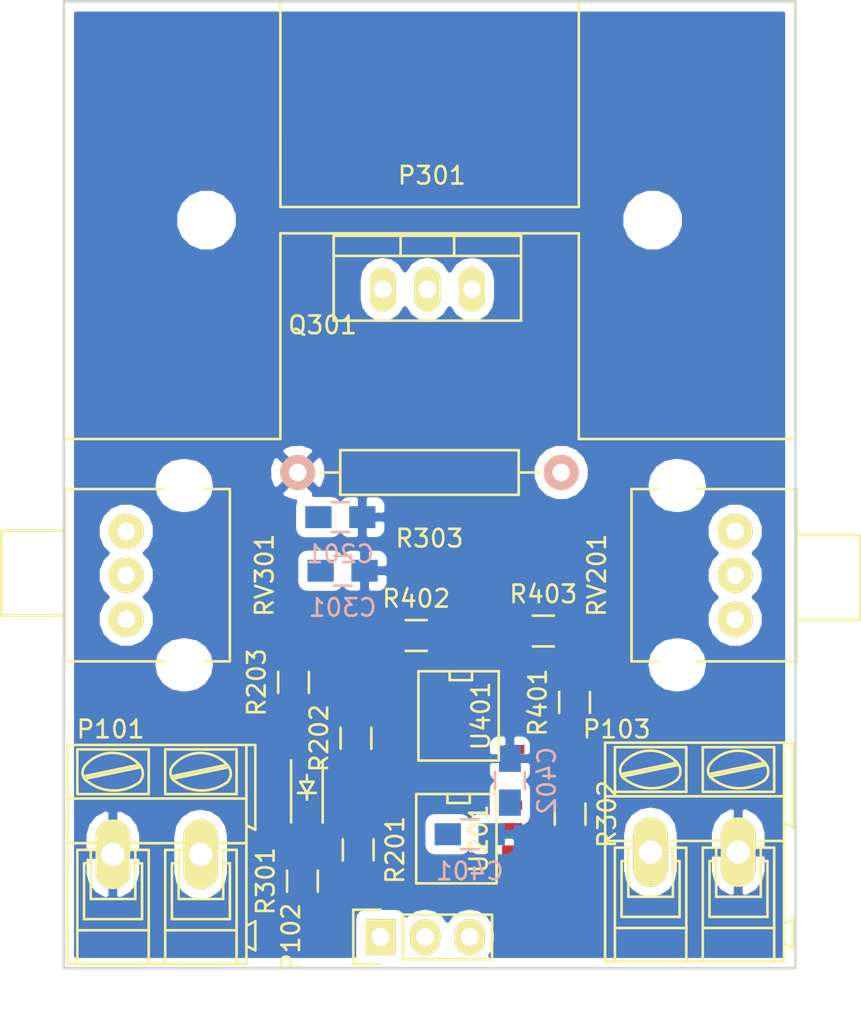
<source format=kicad_pcb>
(kicad_pcb (version 4) (host pcbnew 4.0.0-2.201511301920+6191~38~ubuntu14.04.1-stable)

  (general
    (links 44)
    (no_connects 38)
    (area 59.39 48.8984 134.975001 143.575001)
    (thickness 1.6)
    (drawings 5)
    (tracks 0)
    (zones 0)
    (modules 23)
    (nets 17)
  )

  (page A4)
  (layers
    (0 F.Cu signal)
    (31 B.Cu signal)
    (32 B.Adhes user)
    (33 F.Adhes user)
    (34 B.Paste user)
    (35 F.Paste user)
    (36 B.SilkS user)
    (37 F.SilkS user)
    (38 B.Mask user)
    (39 F.Mask user)
    (40 Dwgs.User user)
    (41 Cmts.User user)
    (42 Eco1.User user)
    (43 Eco2.User user)
    (44 Edge.Cuts user)
    (45 Margin user)
    (46 B.CrtYd user)
    (47 F.CrtYd user)
    (48 B.Fab user)
    (49 F.Fab user)
  )

  (setup
    (last_trace_width 0.25)
    (trace_clearance 0.2)
    (zone_clearance 0.508)
    (zone_45_only yes)
    (trace_min 0.2)
    (segment_width 0.2)
    (edge_width 0.15)
    (via_size 0.6)
    (via_drill 0.4)
    (via_min_size 0.4)
    (via_min_drill 0.3)
    (uvia_size 0.3)
    (uvia_drill 0.1)
    (uvias_allowed no)
    (uvia_min_size 0.2)
    (uvia_min_drill 0.1)
    (pcb_text_width 0.3)
    (pcb_text_size 1.5 1.5)
    (mod_edge_width 0.15)
    (mod_text_size 1 1)
    (mod_text_width 0.15)
    (pad_size 1.524 1.524)
    (pad_drill 0.762)
    (pad_to_mask_clearance 0.2)
    (aux_axis_origin 0 0)
    (visible_elements 7FFFFFFF)
    (pcbplotparams
      (layerselection 0x00030_80000001)
      (usegerberextensions false)
      (excludeedgelayer true)
      (linewidth 0.100000)
      (plotframeref false)
      (viasonmask false)
      (mode 1)
      (useauxorigin false)
      (hpglpennumber 1)
      (hpglpenspeed 20)
      (hpglpendiameter 15)
      (hpglpenoverlay 2)
      (psnegative false)
      (psa4output false)
      (plotreference true)
      (plotvalue true)
      (plotinvisibletext false)
      (padsonsilk false)
      (subtractmaskfromsilk false)
      (outputformat 1)
      (mirror false)
      (drillshape 1)
      (scaleselection 1)
      (outputdirectory ""))
  )

  (net 0 "")
  (net 1 2.7V)
  (net 2 GND)
  (net 3 "/Power Regulation/Vin")
  (net 4 "Net-(D201-Pad1)")
  (net 5 "/Current Control/FET_Gate")
  (net 6 "Net-(P101-Pad2)")
  (net 7 "/Current Control/Current_Sink+")
  (net 8 "Net-(Q301-Pad3)")
  (net 9 "Net-(R201-Pad1)")
  (net 10 "Net-(R202-Pad2)")
  (net 11 "Net-(R301-Pad1)")
  (net 12 "Net-(R302-Pad2)")
  (net 13 "Net-(R401-Pad1)")
  (net 14 "Net-(R402-Pad2)")
  (net 15 "Net-(RV201-Pad1)")
  (net 16 "Net-(RV301-Pad1)")

  (net_class Default "This is the default net class."
    (clearance 0.2)
    (trace_width 0.25)
    (via_dia 0.6)
    (via_drill 0.4)
    (uvia_dia 0.3)
    (uvia_drill 0.1)
    (add_net "/Current Control/Current_Sink+")
    (add_net "/Current Control/FET_Gate")
    (add_net "/Power Regulation/Vin")
    (add_net 2.7V)
    (add_net GND)
    (add_net "Net-(D201-Pad1)")
    (add_net "Net-(P101-Pad2)")
    (add_net "Net-(Q301-Pad3)")
    (add_net "Net-(R201-Pad1)")
    (add_net "Net-(R202-Pad2)")
    (add_net "Net-(R301-Pad1)")
    (add_net "Net-(R302-Pad2)")
    (add_net "Net-(R401-Pad1)")
    (add_net "Net-(R402-Pad2)")
    (add_net "Net-(RV201-Pad1)")
    (add_net "Net-(RV301-Pad1)")
  )

  (module Capacitors_SMD:C_0805_HandSoldering (layer B.Cu) (tedit 541A9B8D) (tstamp 56AE7489)
    (at 79.756 80.899)
    (descr "Capacitor SMD 0805, hand soldering")
    (tags "capacitor 0805")
    (path /56A5B830/56A5F6B7)
    (attr smd)
    (fp_text reference C201 (at 0 2.1) (layer B.SilkS)
      (effects (font (size 1 1) (thickness 0.15)) (justify mirror))
    )
    (fp_text value C (at 0 -2.1) (layer B.Fab)
      (effects (font (size 1 1) (thickness 0.15)) (justify mirror))
    )
    (fp_line (start -2.3 1) (end 2.3 1) (layer B.CrtYd) (width 0.05))
    (fp_line (start -2.3 -1) (end 2.3 -1) (layer B.CrtYd) (width 0.05))
    (fp_line (start -2.3 1) (end -2.3 -1) (layer B.CrtYd) (width 0.05))
    (fp_line (start 2.3 1) (end 2.3 -1) (layer B.CrtYd) (width 0.05))
    (fp_line (start 0.5 0.85) (end -0.5 0.85) (layer B.SilkS) (width 0.15))
    (fp_line (start -0.5 -0.85) (end 0.5 -0.85) (layer B.SilkS) (width 0.15))
    (pad 1 smd rect (at -1.25 0) (size 1.5 1.25) (layers B.Cu B.Paste B.Mask)
      (net 1 2.7V))
    (pad 2 smd rect (at 1.25 0) (size 1.5 1.25) (layers B.Cu B.Paste B.Mask)
      (net 2 GND))
    (model Capacitors_SMD.3dshapes/C_0805_HandSoldering.wrl
      (at (xyz 0 0 0))
      (scale (xyz 1 1 1))
      (rotate (xyz 0 0 0))
    )
  )

  (module Capacitors_SMD:C_0805_HandSoldering (layer B.Cu) (tedit 541A9B8D) (tstamp 56AE748F)
    (at 79.883 83.947)
    (descr "Capacitor SMD 0805, hand soldering")
    (tags "capacitor 0805")
    (path /56A5B91B/56A5BC5B)
    (attr smd)
    (fp_text reference C301 (at 0 2.1) (layer B.SilkS)
      (effects (font (size 1 1) (thickness 0.15)) (justify mirror))
    )
    (fp_text value C (at 0 -2.1) (layer B.Fab)
      (effects (font (size 1 1) (thickness 0.15)) (justify mirror))
    )
    (fp_line (start -2.3 1) (end 2.3 1) (layer B.CrtYd) (width 0.05))
    (fp_line (start -2.3 -1) (end 2.3 -1) (layer B.CrtYd) (width 0.05))
    (fp_line (start -2.3 1) (end -2.3 -1) (layer B.CrtYd) (width 0.05))
    (fp_line (start 2.3 1) (end 2.3 -1) (layer B.CrtYd) (width 0.05))
    (fp_line (start 0.5 0.85) (end -0.5 0.85) (layer B.SilkS) (width 0.15))
    (fp_line (start -0.5 -0.85) (end 0.5 -0.85) (layer B.SilkS) (width 0.15))
    (pad 1 smd rect (at -1.25 0) (size 1.5 1.25) (layers B.Cu B.Paste B.Mask)
      (net 1 2.7V))
    (pad 2 smd rect (at 1.25 0) (size 1.5 1.25) (layers B.Cu B.Paste B.Mask)
      (net 2 GND))
    (model Capacitors_SMD.3dshapes/C_0805_HandSoldering.wrl
      (at (xyz 0 0 0))
      (scale (xyz 1 1 1))
      (rotate (xyz 0 0 0))
    )
  )

  (module Capacitors_SMD:C_0805_HandSoldering (layer B.Cu) (tedit 541A9B8D) (tstamp 56AE7495)
    (at 87.122 98.933)
    (descr "Capacitor SMD 0805, hand soldering")
    (tags "capacitor 0805")
    (path /56A5B93E/56A5CFE3)
    (attr smd)
    (fp_text reference C401 (at 0 2.1) (layer B.SilkS)
      (effects (font (size 1 1) (thickness 0.15)) (justify mirror))
    )
    (fp_text value C (at 0 -2.1) (layer B.Fab)
      (effects (font (size 1 1) (thickness 0.15)) (justify mirror))
    )
    (fp_line (start -2.3 1) (end 2.3 1) (layer B.CrtYd) (width 0.05))
    (fp_line (start -2.3 -1) (end 2.3 -1) (layer B.CrtYd) (width 0.05))
    (fp_line (start -2.3 1) (end -2.3 -1) (layer B.CrtYd) (width 0.05))
    (fp_line (start 2.3 1) (end 2.3 -1) (layer B.CrtYd) (width 0.05))
    (fp_line (start 0.5 0.85) (end -0.5 0.85) (layer B.SilkS) (width 0.15))
    (fp_line (start -0.5 -0.85) (end 0.5 -0.85) (layer B.SilkS) (width 0.15))
    (pad 1 smd rect (at -1.25 0) (size 1.5 1.25) (layers B.Cu B.Paste B.Mask)
      (net 3 "/Power Regulation/Vin"))
    (pad 2 smd rect (at 1.25 0) (size 1.5 1.25) (layers B.Cu B.Paste B.Mask)
      (net 2 GND))
    (model Capacitors_SMD.3dshapes/C_0805_HandSoldering.wrl
      (at (xyz 0 0 0))
      (scale (xyz 1 1 1))
      (rotate (xyz 0 0 0))
    )
  )

  (module Capacitors_SMD:C_0805_HandSoldering (layer B.Cu) (tedit 541A9B8D) (tstamp 56AE749B)
    (at 89.408 95.885 90)
    (descr "Capacitor SMD 0805, hand soldering")
    (tags "capacitor 0805")
    (path /56A5B93E/56A5CFDC)
    (attr smd)
    (fp_text reference C402 (at 0 2.1 90) (layer B.SilkS)
      (effects (font (size 1 1) (thickness 0.15)) (justify mirror))
    )
    (fp_text value C (at 0 -2.1 90) (layer B.Fab)
      (effects (font (size 1 1) (thickness 0.15)) (justify mirror))
    )
    (fp_line (start -2.3 1) (end 2.3 1) (layer B.CrtYd) (width 0.05))
    (fp_line (start -2.3 -1) (end 2.3 -1) (layer B.CrtYd) (width 0.05))
    (fp_line (start -2.3 1) (end -2.3 -1) (layer B.CrtYd) (width 0.05))
    (fp_line (start 2.3 1) (end 2.3 -1) (layer B.CrtYd) (width 0.05))
    (fp_line (start 0.5 0.85) (end -0.5 0.85) (layer B.SilkS) (width 0.15))
    (fp_line (start -0.5 -0.85) (end 0.5 -0.85) (layer B.SilkS) (width 0.15))
    (pad 1 smd rect (at -1.25 0 90) (size 1.5 1.25) (layers B.Cu B.Paste B.Mask)
      (net 1 2.7V))
    (pad 2 smd rect (at 1.25 0 90) (size 1.5 1.25) (layers B.Cu B.Paste B.Mask)
      (net 2 GND))
    (model Capacitors_SMD.3dshapes/C_0805_HandSoldering.wrl
      (at (xyz 0 0 0))
      (scale (xyz 1 1 1))
      (rotate (xyz 0 0 0))
    )
  )

  (module TO_SOT_Packages_THT:TO-220_Neutral123_Vertical (layer F.Cu) (tedit 56B00DE3) (tstamp 56AE74BE)
    (at 84.709 67.945)
    (descr "TO-220, Neutral, Vertical,")
    (tags "TO-220, Neutral, Vertical,")
    (path /56A5B91B/56A5BC40)
    (fp_text reference Q301 (at -5.969 2.032) (layer F.SilkS)
      (effects (font (size 1 1) (thickness 0.15)))
    )
    (fp_text value BUK9575 (at 0 3.81) (layer F.Fab)
      (effects (font (size 1 1) (thickness 0.15)))
    )
    (fp_line (start -1.524 -3.048) (end -1.524 -1.905) (layer F.SilkS) (width 0.15))
    (fp_line (start 1.524 -3.048) (end 1.524 -1.905) (layer F.SilkS) (width 0.15))
    (fp_line (start 5.334 -1.905) (end 5.334 1.778) (layer F.SilkS) (width 0.15))
    (fp_line (start 5.334 1.778) (end -5.334 1.778) (layer F.SilkS) (width 0.15))
    (fp_line (start -5.334 1.778) (end -5.334 -1.905) (layer F.SilkS) (width 0.15))
    (fp_line (start 5.334 -3.048) (end 5.334 -1.905) (layer F.SilkS) (width 0.15))
    (fp_line (start 5.334 -1.905) (end -5.334 -1.905) (layer F.SilkS) (width 0.15))
    (fp_line (start -5.334 -1.905) (end -5.334 -3.048) (layer F.SilkS) (width 0.15))
    (fp_line (start 0 -3.048) (end -5.334 -3.048) (layer F.SilkS) (width 0.15))
    (fp_line (start 0 -3.048) (end 5.334 -3.048) (layer F.SilkS) (width 0.15))
    (pad 2 thru_hole oval (at 0 0 90) (size 2.49936 1.50114) (drill 1.00076) (layers *.Cu *.Mask F.SilkS)
      (net 5 "/Current Control/FET_Gate"))
    (pad 1 thru_hole oval (at -2.54 0 90) (size 2.49936 1.50114) (drill 1.00076) (layers *.Cu *.Mask F.SilkS)
      (net 7 "/Current Control/Current_Sink+"))
    (pad 3 thru_hole oval (at 2.54 0 90) (size 2.49936 1.50114) (drill 1.00076) (layers *.Cu *.Mask F.SilkS)
      (net 8 "Net-(Q301-Pad3)"))
    (model TO_SOT_Packages_THT.3dshapes/TO-220_Neutral123_Vertical.wrl
      (at (xyz 0 0 0))
      (scale (xyz 0.3937 0.3937 0.3937))
      (rotate (xyz 0 0 0))
    )
  )

  (module Resistors_SMD:R_0805_HandSoldering (layer F.Cu) (tedit 54189DEE) (tstamp 56AE74C4)
    (at 80.772 99.822 270)
    (descr "Resistor SMD 0805, hand soldering")
    (tags "resistor 0805")
    (path /56A5B830/56A5F6A3)
    (attr smd)
    (fp_text reference R201 (at 0 -2.1 270) (layer F.SilkS)
      (effects (font (size 1 1) (thickness 0.15)))
    )
    (fp_text value R (at 0 2.1 270) (layer F.Fab)
      (effects (font (size 1 1) (thickness 0.15)))
    )
    (fp_line (start -2.4 -1) (end 2.4 -1) (layer F.CrtYd) (width 0.05))
    (fp_line (start -2.4 1) (end 2.4 1) (layer F.CrtYd) (width 0.05))
    (fp_line (start -2.4 -1) (end -2.4 1) (layer F.CrtYd) (width 0.05))
    (fp_line (start 2.4 -1) (end 2.4 1) (layer F.CrtYd) (width 0.05))
    (fp_line (start 0.6 0.875) (end -0.6 0.875) (layer F.SilkS) (width 0.15))
    (fp_line (start -0.6 -0.875) (end 0.6 -0.875) (layer F.SilkS) (width 0.15))
    (pad 1 smd rect (at -1.35 0 270) (size 1.5 1.3) (layers F.Cu F.Paste F.Mask)
      (net 9 "Net-(R201-Pad1)"))
    (pad 2 smd rect (at 1.35 0 270) (size 1.5 1.3) (layers F.Cu F.Paste F.Mask)
      (net 2 GND))
    (model Resistors_SMD.3dshapes/R_0805_HandSoldering.wrl
      (at (xyz 0 0 0))
      (scale (xyz 1 1 1))
      (rotate (xyz 0 0 0))
    )
  )

  (module Resistors_SMD:R_0805_HandSoldering (layer F.Cu) (tedit 54189DEE) (tstamp 56AE74CA)
    (at 80.645 93.472 90)
    (descr "Resistor SMD 0805, hand soldering")
    (tags "resistor 0805")
    (path /56A5B830/56A5F806)
    (attr smd)
    (fp_text reference R202 (at 0 -2.1 90) (layer F.SilkS)
      (effects (font (size 1 1) (thickness 0.15)))
    )
    (fp_text value 9K (at 0 2.1 90) (layer F.Fab)
      (effects (font (size 1 1) (thickness 0.15)))
    )
    (fp_line (start -2.4 -1) (end 2.4 -1) (layer F.CrtYd) (width 0.05))
    (fp_line (start -2.4 1) (end 2.4 1) (layer F.CrtYd) (width 0.05))
    (fp_line (start -2.4 -1) (end -2.4 1) (layer F.CrtYd) (width 0.05))
    (fp_line (start 2.4 -1) (end 2.4 1) (layer F.CrtYd) (width 0.05))
    (fp_line (start 0.6 0.875) (end -0.6 0.875) (layer F.SilkS) (width 0.15))
    (fp_line (start -0.6 -0.875) (end 0.6 -0.875) (layer F.SilkS) (width 0.15))
    (pad 1 smd rect (at -1.35 0 90) (size 1.5 1.3) (layers F.Cu F.Paste F.Mask)
      (net 7 "/Current Control/Current_Sink+"))
    (pad 2 smd rect (at 1.35 0 90) (size 1.5 1.3) (layers F.Cu F.Paste F.Mask)
      (net 10 "Net-(R202-Pad2)"))
    (model Resistors_SMD.3dshapes/R_0805_HandSoldering.wrl
      (at (xyz 0 0 0))
      (scale (xyz 1 1 1))
      (rotate (xyz 0 0 0))
    )
  )

  (module Resistors_SMD:R_0805_HandSoldering (layer F.Cu) (tedit 54189DEE) (tstamp 56AE74D0)
    (at 77.089 90.297 90)
    (descr "Resistor SMD 0805, hand soldering")
    (tags "resistor 0805")
    (path /56A5B830/56A5F8A9)
    (attr smd)
    (fp_text reference R203 (at 0 -2.1 90) (layer F.SilkS)
      (effects (font (size 1 1) (thickness 0.15)))
    )
    (fp_text value 1K (at 0 2.1 90) (layer F.Fab)
      (effects (font (size 1 1) (thickness 0.15)))
    )
    (fp_line (start -2.4 -1) (end 2.4 -1) (layer F.CrtYd) (width 0.05))
    (fp_line (start -2.4 1) (end 2.4 1) (layer F.CrtYd) (width 0.05))
    (fp_line (start -2.4 -1) (end -2.4 1) (layer F.CrtYd) (width 0.05))
    (fp_line (start 2.4 -1) (end 2.4 1) (layer F.CrtYd) (width 0.05))
    (fp_line (start 0.6 0.875) (end -0.6 0.875) (layer F.SilkS) (width 0.15))
    (fp_line (start -0.6 -0.875) (end 0.6 -0.875) (layer F.SilkS) (width 0.15))
    (pad 1 smd rect (at -1.35 0 90) (size 1.5 1.3) (layers F.Cu F.Paste F.Mask)
      (net 10 "Net-(R202-Pad2)"))
    (pad 2 smd rect (at 1.35 0 90) (size 1.5 1.3) (layers F.Cu F.Paste F.Mask)
      (net 2 GND))
    (model Resistors_SMD.3dshapes/R_0805_HandSoldering.wrl
      (at (xyz 0 0 0))
      (scale (xyz 1 1 1))
      (rotate (xyz 0 0 0))
    )
  )

  (module Resistors_SMD:R_0805_HandSoldering (layer F.Cu) (tedit 54189DEE) (tstamp 56AE74D6)
    (at 77.597 101.6 90)
    (descr "Resistor SMD 0805, hand soldering")
    (tags "resistor 0805")
    (path /56A5B91B/56A5BC47)
    (attr smd)
    (fp_text reference R301 (at 0 -2.1 90) (layer F.SilkS)
      (effects (font (size 1 1) (thickness 0.15)))
    )
    (fp_text value R (at 0 2.1 90) (layer F.Fab)
      (effects (font (size 1 1) (thickness 0.15)))
    )
    (fp_line (start -2.4 -1) (end 2.4 -1) (layer F.CrtYd) (width 0.05))
    (fp_line (start -2.4 1) (end 2.4 1) (layer F.CrtYd) (width 0.05))
    (fp_line (start -2.4 -1) (end -2.4 1) (layer F.CrtYd) (width 0.05))
    (fp_line (start 2.4 -1) (end 2.4 1) (layer F.CrtYd) (width 0.05))
    (fp_line (start 0.6 0.875) (end -0.6 0.875) (layer F.SilkS) (width 0.15))
    (fp_line (start -0.6 -0.875) (end 0.6 -0.875) (layer F.SilkS) (width 0.15))
    (pad 1 smd rect (at -1.35 0 90) (size 1.5 1.3) (layers F.Cu F.Paste F.Mask)
      (net 11 "Net-(R301-Pad1)"))
    (pad 2 smd rect (at 1.35 0 90) (size 1.5 1.3) (layers F.Cu F.Paste F.Mask)
      (net 2 GND))
    (model Resistors_SMD.3dshapes/R_0805_HandSoldering.wrl
      (at (xyz 0 0 0))
      (scale (xyz 1 1 1))
      (rotate (xyz 0 0 0))
    )
  )

  (module Resistors_SMD:R_0805_HandSoldering (layer F.Cu) (tedit 54189DEE) (tstamp 56AE74DC)
    (at 92.837 97.79 270)
    (descr "Resistor SMD 0805, hand soldering")
    (tags "resistor 0805")
    (path /56A5B91B/56A5BE98)
    (attr smd)
    (fp_text reference R302 (at 0 -2.1 270) (layer F.SilkS)
      (effects (font (size 1 1) (thickness 0.15)))
    )
    (fp_text value 1k (at 0 2.1 270) (layer F.Fab)
      (effects (font (size 1 1) (thickness 0.15)))
    )
    (fp_line (start -2.4 -1) (end 2.4 -1) (layer F.CrtYd) (width 0.05))
    (fp_line (start -2.4 1) (end 2.4 1) (layer F.CrtYd) (width 0.05))
    (fp_line (start -2.4 -1) (end -2.4 1) (layer F.CrtYd) (width 0.05))
    (fp_line (start 2.4 -1) (end 2.4 1) (layer F.CrtYd) (width 0.05))
    (fp_line (start 0.6 0.875) (end -0.6 0.875) (layer F.SilkS) (width 0.15))
    (fp_line (start -0.6 -0.875) (end 0.6 -0.875) (layer F.SilkS) (width 0.15))
    (pad 1 smd rect (at -1.35 0 270) (size 1.5 1.3) (layers F.Cu F.Paste F.Mask)
      (net 5 "/Current Control/FET_Gate"))
    (pad 2 smd rect (at 1.35 0 270) (size 1.5 1.3) (layers F.Cu F.Paste F.Mask)
      (net 12 "Net-(R302-Pad2)"))
    (model Resistors_SMD.3dshapes/R_0805_HandSoldering.wrl
      (at (xyz 0 0 0))
      (scale (xyz 1 1 1))
      (rotate (xyz 0 0 0))
    )
  )

  (module Resistors_SMD:R_0805_HandSoldering (layer F.Cu) (tedit 54189DEE) (tstamp 56AE74F6)
    (at 93.091 91.44 90)
    (descr "Resistor SMD 0805, hand soldering")
    (tags "resistor 0805")
    (path /56A5B93E/56A5CFEA)
    (attr smd)
    (fp_text reference R401 (at 0 -2.1 90) (layer F.SilkS)
      (effects (font (size 1 1) (thickness 0.15)))
    )
    (fp_text value 0 (at 0 2.1 90) (layer F.Fab)
      (effects (font (size 1 1) (thickness 0.15)))
    )
    (fp_line (start -2.4 -1) (end 2.4 -1) (layer F.CrtYd) (width 0.05))
    (fp_line (start -2.4 1) (end 2.4 1) (layer F.CrtYd) (width 0.05))
    (fp_line (start -2.4 -1) (end -2.4 1) (layer F.CrtYd) (width 0.05))
    (fp_line (start 2.4 -1) (end 2.4 1) (layer F.CrtYd) (width 0.05))
    (fp_line (start 0.6 0.875) (end -0.6 0.875) (layer F.SilkS) (width 0.15))
    (fp_line (start -0.6 -0.875) (end 0.6 -0.875) (layer F.SilkS) (width 0.15))
    (pad 1 smd rect (at -1.35 0 90) (size 1.5 1.3) (layers F.Cu F.Paste F.Mask)
      (net 13 "Net-(R401-Pad1)"))
    (pad 2 smd rect (at 1.35 0 90) (size 1.5 1.3) (layers F.Cu F.Paste F.Mask)
      (net 2 GND))
    (model Resistors_SMD.3dshapes/R_0805_HandSoldering.wrl
      (at (xyz 0 0 0))
      (scale (xyz 1 1 1))
      (rotate (xyz 0 0 0))
    )
  )

  (module Resistors_SMD:R_0805_HandSoldering (layer F.Cu) (tedit 54189DEE) (tstamp 56AE74FC)
    (at 84.074 87.63)
    (descr "Resistor SMD 0805, hand soldering")
    (tags "resistor 0805")
    (path /56A5B93E/56A5CFF8)
    (attr smd)
    (fp_text reference R402 (at 0 -2.1) (layer F.SilkS)
      (effects (font (size 1 1) (thickness 0.15)))
    )
    (fp_text value 27k (at 0 2.1) (layer F.Fab)
      (effects (font (size 1 1) (thickness 0.15)))
    )
    (fp_line (start -2.4 -1) (end 2.4 -1) (layer F.CrtYd) (width 0.05))
    (fp_line (start -2.4 1) (end 2.4 1) (layer F.CrtYd) (width 0.05))
    (fp_line (start -2.4 -1) (end -2.4 1) (layer F.CrtYd) (width 0.05))
    (fp_line (start 2.4 -1) (end 2.4 1) (layer F.CrtYd) (width 0.05))
    (fp_line (start 0.6 0.875) (end -0.6 0.875) (layer F.SilkS) (width 0.15))
    (fp_line (start -0.6 -0.875) (end 0.6 -0.875) (layer F.SilkS) (width 0.15))
    (pad 1 smd rect (at -1.35 0) (size 1.5 1.3) (layers F.Cu F.Paste F.Mask)
      (net 1 2.7V))
    (pad 2 smd rect (at 1.35 0) (size 1.5 1.3) (layers F.Cu F.Paste F.Mask)
      (net 14 "Net-(R402-Pad2)"))
    (model Resistors_SMD.3dshapes/R_0805_HandSoldering.wrl
      (at (xyz 0 0 0))
      (scale (xyz 1 1 1))
      (rotate (xyz 0 0 0))
    )
  )

  (module Resistors_SMD:R_0805_HandSoldering (layer F.Cu) (tedit 54189DEE) (tstamp 56AE7502)
    (at 91.313 87.376)
    (descr "Resistor SMD 0805, hand soldering")
    (tags "resistor 0805")
    (path /56A5B93E/56A5CFFF)
    (attr smd)
    (fp_text reference R403 (at 0 -2.1) (layer F.SilkS)
      (effects (font (size 1 1) (thickness 0.15)))
    )
    (fp_text value 21.6k (at 0 2.1) (layer F.Fab)
      (effects (font (size 1 1) (thickness 0.15)))
    )
    (fp_line (start -2.4 -1) (end 2.4 -1) (layer F.CrtYd) (width 0.05))
    (fp_line (start -2.4 1) (end 2.4 1) (layer F.CrtYd) (width 0.05))
    (fp_line (start -2.4 -1) (end -2.4 1) (layer F.CrtYd) (width 0.05))
    (fp_line (start 2.4 -1) (end 2.4 1) (layer F.CrtYd) (width 0.05))
    (fp_line (start 0.6 0.875) (end -0.6 0.875) (layer F.SilkS) (width 0.15))
    (fp_line (start -0.6 -0.875) (end 0.6 -0.875) (layer F.SilkS) (width 0.15))
    (pad 1 smd rect (at -1.35 0) (size 1.5 1.3) (layers F.Cu F.Paste F.Mask)
      (net 14 "Net-(R402-Pad2)"))
    (pad 2 smd rect (at 1.35 0) (size 1.5 1.3) (layers F.Cu F.Paste F.Mask)
      (net 2 GND))
    (model Resistors_SMD.3dshapes/R_0805_HandSoldering.wrl
      (at (xyz 0 0 0))
      (scale (xyz 1 1 1))
      (rotate (xyz 0 0 0))
    )
  )

  (module SMD_Packages:SOIC-8-N (layer F.Cu) (tedit 0) (tstamp 56AE751C)
    (at 86.36 99.187 270)
    (descr "Module Narrow CMS SOJ 8 pins large")
    (tags "CMS SOJ")
    (path /56A5B830/56A5F69C)
    (attr smd)
    (fp_text reference U201 (at 0 -1.27 270) (layer F.SilkS)
      (effects (font (size 1 1) (thickness 0.15)))
    )
    (fp_text value LMV358 (at 0 1.27 270) (layer F.Fab)
      (effects (font (size 1 1) (thickness 0.15)))
    )
    (fp_line (start -2.54 -2.286) (end 2.54 -2.286) (layer F.SilkS) (width 0.15))
    (fp_line (start 2.54 -2.286) (end 2.54 2.286) (layer F.SilkS) (width 0.15))
    (fp_line (start 2.54 2.286) (end -2.54 2.286) (layer F.SilkS) (width 0.15))
    (fp_line (start -2.54 2.286) (end -2.54 -2.286) (layer F.SilkS) (width 0.15))
    (fp_line (start -2.54 -0.762) (end -2.032 -0.762) (layer F.SilkS) (width 0.15))
    (fp_line (start -2.032 -0.762) (end -2.032 0.508) (layer F.SilkS) (width 0.15))
    (fp_line (start -2.032 0.508) (end -2.54 0.508) (layer F.SilkS) (width 0.15))
    (pad 8 smd rect (at -1.905 -3.175 270) (size 0.508 1.143) (layers F.Cu F.Paste F.Mask)
      (net 1 2.7V))
    (pad 7 smd rect (at -0.635 -3.175 270) (size 0.508 1.143) (layers F.Cu F.Paste F.Mask)
      (net 12 "Net-(R302-Pad2)"))
    (pad 6 smd rect (at 0.635 -3.175 270) (size 0.508 1.143) (layers F.Cu F.Paste F.Mask)
      (net 8 "Net-(Q301-Pad3)"))
    (pad 5 smd rect (at 1.905 -3.175 270) (size 0.508 1.143) (layers F.Cu F.Paste F.Mask)
      (net 11 "Net-(R301-Pad1)"))
    (pad 4 smd rect (at 1.905 3.175 270) (size 0.508 1.143) (layers F.Cu F.Paste F.Mask)
      (net 2 GND))
    (pad 3 smd rect (at 0.635 3.175 270) (size 0.508 1.143) (layers F.Cu F.Paste F.Mask)
      (net 9 "Net-(R201-Pad1)"))
    (pad 2 smd rect (at -0.635 3.175 270) (size 0.508 1.143) (layers F.Cu F.Paste F.Mask)
      (net 10 "Net-(R202-Pad2)"))
    (pad 1 smd rect (at -1.905 3.175 270) (size 0.508 1.143) (layers F.Cu F.Paste F.Mask)
      (net 4 "Net-(D201-Pad1)"))
    (model SMD_Packages.3dshapes/SOIC-8-N.wrl
      (at (xyz 0 0 0))
      (scale (xyz 0.5 0.38 0.5))
      (rotate (xyz 0 0 0))
    )
  )

  (module SMD_Packages:SOIC-8-N (layer F.Cu) (tedit 0) (tstamp 56AE7528)
    (at 86.487 92.202 270)
    (descr "Module Narrow CMS SOJ 8 pins large")
    (tags "CMS SOJ")
    (path /56A5B93E/56A5CFF1)
    (attr smd)
    (fp_text reference U401 (at 0 -1.27 270) (layer F.SilkS)
      (effects (font (size 1 1) (thickness 0.15)))
    )
    (fp_text value LM2931D-R (at 0 1.27 270) (layer F.Fab)
      (effects (font (size 1 1) (thickness 0.15)))
    )
    (fp_line (start -2.54 -2.286) (end 2.54 -2.286) (layer F.SilkS) (width 0.15))
    (fp_line (start 2.54 -2.286) (end 2.54 2.286) (layer F.SilkS) (width 0.15))
    (fp_line (start 2.54 2.286) (end -2.54 2.286) (layer F.SilkS) (width 0.15))
    (fp_line (start -2.54 2.286) (end -2.54 -2.286) (layer F.SilkS) (width 0.15))
    (fp_line (start -2.54 -0.762) (end -2.032 -0.762) (layer F.SilkS) (width 0.15))
    (fp_line (start -2.032 -0.762) (end -2.032 0.508) (layer F.SilkS) (width 0.15))
    (fp_line (start -2.032 0.508) (end -2.54 0.508) (layer F.SilkS) (width 0.15))
    (pad 8 smd rect (at -1.905 -3.175 270) (size 0.508 1.143) (layers F.Cu F.Paste F.Mask)
      (net 3 "/Power Regulation/Vin"))
    (pad 7 smd rect (at -0.635 -3.175 270) (size 0.508 1.143) (layers F.Cu F.Paste F.Mask)
      (net 2 GND))
    (pad 6 smd rect (at 0.635 -3.175 270) (size 0.508 1.143) (layers F.Cu F.Paste F.Mask)
      (net 2 GND))
    (pad 5 smd rect (at 1.905 -3.175 270) (size 0.508 1.143) (layers F.Cu F.Paste F.Mask)
      (net 13 "Net-(R401-Pad1)"))
    (pad 4 smd rect (at 1.905 3.175 270) (size 0.508 1.143) (layers F.Cu F.Paste F.Mask)
      (net 14 "Net-(R402-Pad2)"))
    (pad 3 smd rect (at 0.635 3.175 270) (size 0.508 1.143) (layers F.Cu F.Paste F.Mask)
      (net 2 GND))
    (pad 2 smd rect (at -0.635 3.175 270) (size 0.508 1.143) (layers F.Cu F.Paste F.Mask)
      (net 2 GND))
    (pad 1 smd rect (at -1.905 3.175 270) (size 0.508 1.143) (layers F.Cu F.Paste F.Mask)
      (net 1 2.7V))
    (model SMD_Packages.3dshapes/SOIC-8-N.wrl
      (at (xyz 0 0 0))
      (scale (xyz 0.5 0.38 0.5))
      (rotate (xyz 0 0 0))
    )
  )

  (module current:FA-T220-38E (layer F.Cu) (tedit 56B00DD9) (tstamp 56AE80C3)
    (at 84.836 64.008)
    (path /56A5B91B/56AE7614)
    (fp_text reference P301 (at 0.127 -2.54) (layer F.SilkS)
      (effects (font (size 1 1) (thickness 0.15)))
    )
    (fp_text value CONN_01X01 (at 0.127 -4.064) (layer F.Fab)
      (effects (font (size 1 1) (thickness 0.15)))
    )
    (fp_line (start 8.4963 12.446) (end 20.8026 12.446) (layer F.SilkS) (width 0.15))
    (fp_line (start 8.4963 -12.446) (end 20.8026 -12.446) (layer F.SilkS) (width 0.15))
    (fp_line (start -20.8026 -12.446) (end -8.4963 -12.446) (layer F.SilkS) (width 0.15))
    (fp_line (start -20.8026 12.446) (end -8.4963 12.446) (layer F.SilkS) (width 0.15))
    (fp_line (start 8.4963 0.7493) (end 8.4963 12.446) (layer F.SilkS) (width 0.15))
    (fp_line (start -8.4963 0.7493) (end -8.4963 12.446) (layer F.SilkS) (width 0.15))
    (fp_line (start -8.49376 -0.7493) (end -8.4963 -12.446) (layer F.SilkS) (width 0.15))
    (fp_line (start 8.4963 -0.7493) (end 8.4963 -12.446) (layer F.SilkS) (width 0.15))
    (fp_line (start -8.4963 0.7493) (end 8.4963 0.7493) (layer F.SilkS) (width 0.15))
    (fp_line (start -8.4963 -0.7493) (end 8.4963 -0.7493) (layer F.SilkS) (width 0.15))
    (fp_line (start -20.8026 12.446) (end -20.8026 -12.446) (layer F.SilkS) (width 0.15))
    (fp_line (start 20.8026 -12.446) (end 20.8026 12.446) (layer F.SilkS) (width 0.15))
    (pad "" np_thru_hole circle (at -12.7 0) (size 2.3114 2.3114) (drill 2.3114) (layers *.Cu *.Mask F.SilkS))
    (pad "" np_thru_hole circle (at 12.7 0) (size 2.3114 2.3114) (drill 2.3114) (layers *.Cu *.Mask F.SilkS))
  )

  (module Diodes_SMD:SOD-123 (layer F.Cu) (tedit 56B00A31) (tstamp 56AFFCC9)
    (at 77.851 96.266 90)
    (descr SOD-123)
    (tags SOD-123)
    (path /56A5B830/56A5F700)
    (attr smd)
    (fp_text reference D201 (at 0 -2 90) (layer F.SilkS) hide
      (effects (font (size 1 1) (thickness 0.15)))
    )
    (fp_text value D (at 0 2.1 90) (layer F.Fab)
      (effects (font (size 1 1) (thickness 0.15)))
    )
    (fp_line (start 0.3175 0) (end 0.6985 0) (layer F.SilkS) (width 0.15))
    (fp_line (start -0.6985 0) (end -0.3175 0) (layer F.SilkS) (width 0.15))
    (fp_line (start -0.3175 0) (end 0.3175 -0.381) (layer F.SilkS) (width 0.15))
    (fp_line (start 0.3175 -0.381) (end 0.3175 0.381) (layer F.SilkS) (width 0.15))
    (fp_line (start 0.3175 0.381) (end -0.3175 0) (layer F.SilkS) (width 0.15))
    (fp_line (start -0.3175 -0.508) (end -0.3175 0.508) (layer F.SilkS) (width 0.15))
    (fp_line (start -2.25 -1.05) (end 2.25 -1.05) (layer F.CrtYd) (width 0.05))
    (fp_line (start 2.25 -1.05) (end 2.25 1.05) (layer F.CrtYd) (width 0.05))
    (fp_line (start 2.25 1.05) (end -2.25 1.05) (layer F.CrtYd) (width 0.05))
    (fp_line (start -2.25 -1.05) (end -2.25 1.05) (layer F.CrtYd) (width 0.05))
    (fp_line (start -2 0.9) (end 1.54 0.9) (layer F.SilkS) (width 0.15))
    (fp_line (start -2 -0.9) (end 1.54 -0.9) (layer F.SilkS) (width 0.15))
    (pad 1 smd rect (at -1.635 0 90) (size 0.91 1.22) (layers F.Cu F.Paste F.Mask)
      (net 4 "Net-(D201-Pad1)"))
    (pad 2 smd rect (at 1.635 0 90) (size 0.91 1.22) (layers F.Cu F.Paste F.Mask)
      (net 5 "/Current Control/FET_Gate"))
  )

  (module Connect:AK300-2 (layer F.Cu) (tedit 56B00A45) (tstamp 56AFFCDA)
    (at 66.802 100.076)
    (descr CONNECTOR)
    (tags CONNECTOR)
    (path /56A5AB45)
    (attr virtual)
    (fp_text reference P101 (at -0.127 -7.112) (layer F.SilkS)
      (effects (font (size 1 1) (thickness 0.15)))
    )
    (fp_text value CONN_01X02 (at 2.779 7.747) (layer F.Fab)
      (effects (font (size 1 1) (thickness 0.15)))
    )
    (fp_line (start 8.363 -6.473) (end -2.83 -6.473) (layer F.CrtYd) (width 0.05))
    (fp_line (start 8.363 6.473) (end 8.363 -6.473) (layer F.CrtYd) (width 0.05))
    (fp_line (start -2.83 6.473) (end 8.363 6.473) (layer F.CrtYd) (width 0.05))
    (fp_line (start -2.83 -6.473) (end -2.83 6.473) (layer F.CrtYd) (width 0.05))
    (fp_line (start -1.2596 2.54) (end 1.2804 2.54) (layer F.SilkS) (width 0.15))
    (fp_line (start 1.2804 2.54) (end 1.2804 -0.254) (layer F.SilkS) (width 0.15))
    (fp_line (start -1.2596 -0.254) (end 1.2804 -0.254) (layer F.SilkS) (width 0.15))
    (fp_line (start -1.2596 2.54) (end -1.2596 -0.254) (layer F.SilkS) (width 0.15))
    (fp_line (start 3.7442 2.54) (end 6.2842 2.54) (layer F.SilkS) (width 0.15))
    (fp_line (start 6.2842 2.54) (end 6.2842 -0.254) (layer F.SilkS) (width 0.15))
    (fp_line (start 3.7442 -0.254) (end 6.2842 -0.254) (layer F.SilkS) (width 0.15))
    (fp_line (start 3.7442 2.54) (end 3.7442 -0.254) (layer F.SilkS) (width 0.15))
    (fp_line (start 7.605 -6.223) (end 7.605 -3.175) (layer F.SilkS) (width 0.15))
    (fp_line (start 7.605 -6.223) (end -2.58 -6.223) (layer F.SilkS) (width 0.15))
    (fp_line (start 7.605 -6.223) (end 8.113 -6.223) (layer F.SilkS) (width 0.15))
    (fp_line (start 8.113 -6.223) (end 8.113 -1.397) (layer F.SilkS) (width 0.15))
    (fp_line (start 8.113 -1.397) (end 7.605 -1.651) (layer F.SilkS) (width 0.15))
    (fp_line (start 8.113 5.461) (end 7.605 5.207) (layer F.SilkS) (width 0.15))
    (fp_line (start 7.605 5.207) (end 7.605 6.223) (layer F.SilkS) (width 0.15))
    (fp_line (start 8.113 3.81) (end 7.605 4.064) (layer F.SilkS) (width 0.15))
    (fp_line (start 7.605 4.064) (end 7.605 5.207) (layer F.SilkS) (width 0.15))
    (fp_line (start 8.113 3.81) (end 8.113 5.461) (layer F.SilkS) (width 0.15))
    (fp_line (start 2.9822 6.223) (end 2.9822 4.318) (layer F.SilkS) (width 0.15))
    (fp_line (start 7.0462 -0.254) (end 7.0462 4.318) (layer F.SilkS) (width 0.15))
    (fp_line (start 2.9822 6.223) (end 7.0462 6.223) (layer F.SilkS) (width 0.15))
    (fp_line (start 7.0462 6.223) (end 7.605 6.223) (layer F.SilkS) (width 0.15))
    (fp_line (start 2.0424 6.223) (end 2.0424 4.318) (layer F.SilkS) (width 0.15))
    (fp_line (start 2.0424 6.223) (end 2.9822 6.223) (layer F.SilkS) (width 0.15))
    (fp_line (start -2.0216 -0.254) (end -2.0216 4.318) (layer F.SilkS) (width 0.15))
    (fp_line (start -2.58 6.223) (end -2.0216 6.223) (layer F.SilkS) (width 0.15))
    (fp_line (start -2.0216 6.223) (end 2.0424 6.223) (layer F.SilkS) (width 0.15))
    (fp_line (start 2.9822 4.318) (end 7.0462 4.318) (layer F.SilkS) (width 0.15))
    (fp_line (start 2.9822 4.318) (end 2.9822 -0.254) (layer F.SilkS) (width 0.15))
    (fp_line (start 7.0462 4.318) (end 7.0462 6.223) (layer F.SilkS) (width 0.15))
    (fp_line (start 2.0424 4.318) (end -2.0216 4.318) (layer F.SilkS) (width 0.15))
    (fp_line (start 2.0424 4.318) (end 2.0424 -0.254) (layer F.SilkS) (width 0.15))
    (fp_line (start -2.0216 4.318) (end -2.0216 6.223) (layer F.SilkS) (width 0.15))
    (fp_line (start 6.6652 3.683) (end 6.6652 0.508) (layer F.SilkS) (width 0.15))
    (fp_line (start 6.6652 3.683) (end 3.3632 3.683) (layer F.SilkS) (width 0.15))
    (fp_line (start 3.3632 3.683) (end 3.3632 0.508) (layer F.SilkS) (width 0.15))
    (fp_line (start 1.6614 3.683) (end 1.6614 0.508) (layer F.SilkS) (width 0.15))
    (fp_line (start 1.6614 3.683) (end -1.6406 3.683) (layer F.SilkS) (width 0.15))
    (fp_line (start -1.6406 3.683) (end -1.6406 0.508) (layer F.SilkS) (width 0.15))
    (fp_line (start -1.6406 0.508) (end -1.2596 0.508) (layer F.SilkS) (width 0.15))
    (fp_line (start 1.6614 0.508) (end 1.2804 0.508) (layer F.SilkS) (width 0.15))
    (fp_line (start 3.3632 0.508) (end 3.7442 0.508) (layer F.SilkS) (width 0.15))
    (fp_line (start 6.6652 0.508) (end 6.2842 0.508) (layer F.SilkS) (width 0.15))
    (fp_line (start -2.58 6.223) (end -2.58 -0.635) (layer F.SilkS) (width 0.15))
    (fp_line (start -2.58 -0.635) (end -2.58 -3.175) (layer F.SilkS) (width 0.15))
    (fp_line (start 7.605 -1.651) (end 7.605 -0.635) (layer F.SilkS) (width 0.15))
    (fp_line (start 7.605 -0.635) (end 7.605 4.064) (layer F.SilkS) (width 0.15))
    (fp_line (start -2.58 -3.175) (end 7.605 -3.175) (layer F.SilkS) (width 0.15))
    (fp_line (start -2.58 -3.175) (end -2.58 -6.223) (layer F.SilkS) (width 0.15))
    (fp_line (start 7.605 -3.175) (end 7.605 -1.651) (layer F.SilkS) (width 0.15))
    (fp_line (start 2.9822 -3.429) (end 2.9822 -5.969) (layer F.SilkS) (width 0.15))
    (fp_line (start 2.9822 -5.969) (end 7.0462 -5.969) (layer F.SilkS) (width 0.15))
    (fp_line (start 7.0462 -5.969) (end 7.0462 -3.429) (layer F.SilkS) (width 0.15))
    (fp_line (start 7.0462 -3.429) (end 2.9822 -3.429) (layer F.SilkS) (width 0.15))
    (fp_line (start 2.0424 -3.429) (end 2.0424 -5.969) (layer F.SilkS) (width 0.15))
    (fp_line (start 2.0424 -3.429) (end -2.0216 -3.429) (layer F.SilkS) (width 0.15))
    (fp_line (start -2.0216 -3.429) (end -2.0216 -5.969) (layer F.SilkS) (width 0.15))
    (fp_line (start 2.0424 -5.969) (end -2.0216 -5.969) (layer F.SilkS) (width 0.15))
    (fp_line (start 3.3886 -4.445) (end 6.4366 -5.08) (layer F.SilkS) (width 0.15))
    (fp_line (start 3.5156 -4.318) (end 6.5636 -4.953) (layer F.SilkS) (width 0.15))
    (fp_line (start -1.6152 -4.445) (end 1.43534 -5.08) (layer F.SilkS) (width 0.15))
    (fp_line (start -1.4882 -4.318) (end 1.5598 -4.953) (layer F.SilkS) (width 0.15))
    (fp_line (start -2.0216 -0.254) (end -1.6406 -0.254) (layer F.SilkS) (width 0.15))
    (fp_line (start 2.0424 -0.254) (end 1.6614 -0.254) (layer F.SilkS) (width 0.15))
    (fp_line (start 1.6614 -0.254) (end -1.6406 -0.254) (layer F.SilkS) (width 0.15))
    (fp_line (start -2.58 -0.635) (end -1.6406 -0.635) (layer F.SilkS) (width 0.15))
    (fp_line (start -1.6406 -0.635) (end 1.6614 -0.635) (layer F.SilkS) (width 0.15))
    (fp_line (start 1.6614 -0.635) (end 3.3632 -0.635) (layer F.SilkS) (width 0.15))
    (fp_line (start 7.605 -0.635) (end 6.6652 -0.635) (layer F.SilkS) (width 0.15))
    (fp_line (start 6.6652 -0.635) (end 3.3632 -0.635) (layer F.SilkS) (width 0.15))
    (fp_line (start 7.0462 -0.254) (end 6.6652 -0.254) (layer F.SilkS) (width 0.15))
    (fp_line (start 2.9822 -0.254) (end 3.3632 -0.254) (layer F.SilkS) (width 0.15))
    (fp_line (start 3.3632 -0.254) (end 6.6652 -0.254) (layer F.SilkS) (width 0.15))
    (fp_arc (start 6.0302 -4.59486) (end 6.53566 -5.05206) (angle 90.5) (layer F.SilkS) (width 0.15))
    (fp_arc (start 5.065 -6.0706) (end 6.52804 -4.11734) (angle 75.5) (layer F.SilkS) (width 0.15))
    (fp_arc (start 4.98626 -3.7084) (end 3.3886 -5.0038) (angle 100) (layer F.SilkS) (width 0.15))
    (fp_arc (start 3.8712 -4.64566) (end 3.58164 -4.1275) (angle 104.2) (layer F.SilkS) (width 0.15))
    (fp_arc (start 1.0264 -4.59486) (end 1.5344 -5.05206) (angle 90.5) (layer F.SilkS) (width 0.15))
    (fp_arc (start 0.06374 -6.0706) (end 1.52678 -4.11734) (angle 75.5) (layer F.SilkS) (width 0.15))
    (fp_arc (start -0.01246 -3.7084) (end -1.6152 -5.0038) (angle 100) (layer F.SilkS) (width 0.15))
    (fp_arc (start -1.1326 -4.64566) (end -1.41962 -4.1275) (angle 104.2) (layer F.SilkS) (width 0.15))
    (pad 1 thru_hole oval (at 0 0) (size 1.9812 3.9624) (drill 1.3208) (layers *.Cu F.Paste F.SilkS F.Mask)
      (net 2 GND))
    (pad 2 thru_hole oval (at 5 0) (size 1.9812 3.9624) (drill 1.3208) (layers *.Cu F.Paste F.SilkS F.Mask)
      (net 6 "Net-(P101-Pad2)"))
  )

  (module Connect:AK300-2 (layer F.Cu) (tedit 54792136) (tstamp 56AFFDAB)
    (at 97.409 99.949)
    (descr CONNECTOR)
    (tags CONNECTOR)
    (path /56665F04)
    (attr virtual)
    (fp_text reference P103 (at -1.92 -6.985) (layer F.SilkS)
      (effects (font (size 1 1) (thickness 0.15)))
    )
    (fp_text value CONN_01X02 (at 2.779 7.747) (layer F.Fab)
      (effects (font (size 1 1) (thickness 0.15)))
    )
    (fp_line (start 8.363 -6.473) (end -2.83 -6.473) (layer F.CrtYd) (width 0.05))
    (fp_line (start 8.363 6.473) (end 8.363 -6.473) (layer F.CrtYd) (width 0.05))
    (fp_line (start -2.83 6.473) (end 8.363 6.473) (layer F.CrtYd) (width 0.05))
    (fp_line (start -2.83 -6.473) (end -2.83 6.473) (layer F.CrtYd) (width 0.05))
    (fp_line (start -1.2596 2.54) (end 1.2804 2.54) (layer F.SilkS) (width 0.15))
    (fp_line (start 1.2804 2.54) (end 1.2804 -0.254) (layer F.SilkS) (width 0.15))
    (fp_line (start -1.2596 -0.254) (end 1.2804 -0.254) (layer F.SilkS) (width 0.15))
    (fp_line (start -1.2596 2.54) (end -1.2596 -0.254) (layer F.SilkS) (width 0.15))
    (fp_line (start 3.7442 2.54) (end 6.2842 2.54) (layer F.SilkS) (width 0.15))
    (fp_line (start 6.2842 2.54) (end 6.2842 -0.254) (layer F.SilkS) (width 0.15))
    (fp_line (start 3.7442 -0.254) (end 6.2842 -0.254) (layer F.SilkS) (width 0.15))
    (fp_line (start 3.7442 2.54) (end 3.7442 -0.254) (layer F.SilkS) (width 0.15))
    (fp_line (start 7.605 -6.223) (end 7.605 -3.175) (layer F.SilkS) (width 0.15))
    (fp_line (start 7.605 -6.223) (end -2.58 -6.223) (layer F.SilkS) (width 0.15))
    (fp_line (start 7.605 -6.223) (end 8.113 -6.223) (layer F.SilkS) (width 0.15))
    (fp_line (start 8.113 -6.223) (end 8.113 -1.397) (layer F.SilkS) (width 0.15))
    (fp_line (start 8.113 -1.397) (end 7.605 -1.651) (layer F.SilkS) (width 0.15))
    (fp_line (start 8.113 5.461) (end 7.605 5.207) (layer F.SilkS) (width 0.15))
    (fp_line (start 7.605 5.207) (end 7.605 6.223) (layer F.SilkS) (width 0.15))
    (fp_line (start 8.113 3.81) (end 7.605 4.064) (layer F.SilkS) (width 0.15))
    (fp_line (start 7.605 4.064) (end 7.605 5.207) (layer F.SilkS) (width 0.15))
    (fp_line (start 8.113 3.81) (end 8.113 5.461) (layer F.SilkS) (width 0.15))
    (fp_line (start 2.9822 6.223) (end 2.9822 4.318) (layer F.SilkS) (width 0.15))
    (fp_line (start 7.0462 -0.254) (end 7.0462 4.318) (layer F.SilkS) (width 0.15))
    (fp_line (start 2.9822 6.223) (end 7.0462 6.223) (layer F.SilkS) (width 0.15))
    (fp_line (start 7.0462 6.223) (end 7.605 6.223) (layer F.SilkS) (width 0.15))
    (fp_line (start 2.0424 6.223) (end 2.0424 4.318) (layer F.SilkS) (width 0.15))
    (fp_line (start 2.0424 6.223) (end 2.9822 6.223) (layer F.SilkS) (width 0.15))
    (fp_line (start -2.0216 -0.254) (end -2.0216 4.318) (layer F.SilkS) (width 0.15))
    (fp_line (start -2.58 6.223) (end -2.0216 6.223) (layer F.SilkS) (width 0.15))
    (fp_line (start -2.0216 6.223) (end 2.0424 6.223) (layer F.SilkS) (width 0.15))
    (fp_line (start 2.9822 4.318) (end 7.0462 4.318) (layer F.SilkS) (width 0.15))
    (fp_line (start 2.9822 4.318) (end 2.9822 -0.254) (layer F.SilkS) (width 0.15))
    (fp_line (start 7.0462 4.318) (end 7.0462 6.223) (layer F.SilkS) (width 0.15))
    (fp_line (start 2.0424 4.318) (end -2.0216 4.318) (layer F.SilkS) (width 0.15))
    (fp_line (start 2.0424 4.318) (end 2.0424 -0.254) (layer F.SilkS) (width 0.15))
    (fp_line (start -2.0216 4.318) (end -2.0216 6.223) (layer F.SilkS) (width 0.15))
    (fp_line (start 6.6652 3.683) (end 6.6652 0.508) (layer F.SilkS) (width 0.15))
    (fp_line (start 6.6652 3.683) (end 3.3632 3.683) (layer F.SilkS) (width 0.15))
    (fp_line (start 3.3632 3.683) (end 3.3632 0.508) (layer F.SilkS) (width 0.15))
    (fp_line (start 1.6614 3.683) (end 1.6614 0.508) (layer F.SilkS) (width 0.15))
    (fp_line (start 1.6614 3.683) (end -1.6406 3.683) (layer F.SilkS) (width 0.15))
    (fp_line (start -1.6406 3.683) (end -1.6406 0.508) (layer F.SilkS) (width 0.15))
    (fp_line (start -1.6406 0.508) (end -1.2596 0.508) (layer F.SilkS) (width 0.15))
    (fp_line (start 1.6614 0.508) (end 1.2804 0.508) (layer F.SilkS) (width 0.15))
    (fp_line (start 3.3632 0.508) (end 3.7442 0.508) (layer F.SilkS) (width 0.15))
    (fp_line (start 6.6652 0.508) (end 6.2842 0.508) (layer F.SilkS) (width 0.15))
    (fp_line (start -2.58 6.223) (end -2.58 -0.635) (layer F.SilkS) (width 0.15))
    (fp_line (start -2.58 -0.635) (end -2.58 -3.175) (layer F.SilkS) (width 0.15))
    (fp_line (start 7.605 -1.651) (end 7.605 -0.635) (layer F.SilkS) (width 0.15))
    (fp_line (start 7.605 -0.635) (end 7.605 4.064) (layer F.SilkS) (width 0.15))
    (fp_line (start -2.58 -3.175) (end 7.605 -3.175) (layer F.SilkS) (width 0.15))
    (fp_line (start -2.58 -3.175) (end -2.58 -6.223) (layer F.SilkS) (width 0.15))
    (fp_line (start 7.605 -3.175) (end 7.605 -1.651) (layer F.SilkS) (width 0.15))
    (fp_line (start 2.9822 -3.429) (end 2.9822 -5.969) (layer F.SilkS) (width 0.15))
    (fp_line (start 2.9822 -5.969) (end 7.0462 -5.969) (layer F.SilkS) (width 0.15))
    (fp_line (start 7.0462 -5.969) (end 7.0462 -3.429) (layer F.SilkS) (width 0.15))
    (fp_line (start 7.0462 -3.429) (end 2.9822 -3.429) (layer F.SilkS) (width 0.15))
    (fp_line (start 2.0424 -3.429) (end 2.0424 -5.969) (layer F.SilkS) (width 0.15))
    (fp_line (start 2.0424 -3.429) (end -2.0216 -3.429) (layer F.SilkS) (width 0.15))
    (fp_line (start -2.0216 -3.429) (end -2.0216 -5.969) (layer F.SilkS) (width 0.15))
    (fp_line (start 2.0424 -5.969) (end -2.0216 -5.969) (layer F.SilkS) (width 0.15))
    (fp_line (start 3.3886 -4.445) (end 6.4366 -5.08) (layer F.SilkS) (width 0.15))
    (fp_line (start 3.5156 -4.318) (end 6.5636 -4.953) (layer F.SilkS) (width 0.15))
    (fp_line (start -1.6152 -4.445) (end 1.43534 -5.08) (layer F.SilkS) (width 0.15))
    (fp_line (start -1.4882 -4.318) (end 1.5598 -4.953) (layer F.SilkS) (width 0.15))
    (fp_line (start -2.0216 -0.254) (end -1.6406 -0.254) (layer F.SilkS) (width 0.15))
    (fp_line (start 2.0424 -0.254) (end 1.6614 -0.254) (layer F.SilkS) (width 0.15))
    (fp_line (start 1.6614 -0.254) (end -1.6406 -0.254) (layer F.SilkS) (width 0.15))
    (fp_line (start -2.58 -0.635) (end -1.6406 -0.635) (layer F.SilkS) (width 0.15))
    (fp_line (start -1.6406 -0.635) (end 1.6614 -0.635) (layer F.SilkS) (width 0.15))
    (fp_line (start 1.6614 -0.635) (end 3.3632 -0.635) (layer F.SilkS) (width 0.15))
    (fp_line (start 7.605 -0.635) (end 6.6652 -0.635) (layer F.SilkS) (width 0.15))
    (fp_line (start 6.6652 -0.635) (end 3.3632 -0.635) (layer F.SilkS) (width 0.15))
    (fp_line (start 7.0462 -0.254) (end 6.6652 -0.254) (layer F.SilkS) (width 0.15))
    (fp_line (start 2.9822 -0.254) (end 3.3632 -0.254) (layer F.SilkS) (width 0.15))
    (fp_line (start 3.3632 -0.254) (end 6.6652 -0.254) (layer F.SilkS) (width 0.15))
    (fp_arc (start 6.0302 -4.59486) (end 6.53566 -5.05206) (angle 90.5) (layer F.SilkS) (width 0.15))
    (fp_arc (start 5.065 -6.0706) (end 6.52804 -4.11734) (angle 75.5) (layer F.SilkS) (width 0.15))
    (fp_arc (start 4.98626 -3.7084) (end 3.3886 -5.0038) (angle 100) (layer F.SilkS) (width 0.15))
    (fp_arc (start 3.8712 -4.64566) (end 3.58164 -4.1275) (angle 104.2) (layer F.SilkS) (width 0.15))
    (fp_arc (start 1.0264 -4.59486) (end 1.5344 -5.05206) (angle 90.5) (layer F.SilkS) (width 0.15))
    (fp_arc (start 0.06374 -6.0706) (end 1.52678 -4.11734) (angle 75.5) (layer F.SilkS) (width 0.15))
    (fp_arc (start -0.01246 -3.7084) (end -1.6152 -5.0038) (angle 100) (layer F.SilkS) (width 0.15))
    (fp_arc (start -1.1326 -4.64566) (end -1.41962 -4.1275) (angle 104.2) (layer F.SilkS) (width 0.15))
    (pad 1 thru_hole oval (at 0 0) (size 1.9812 3.9624) (drill 1.3208) (layers *.Cu F.Paste F.SilkS F.Mask)
      (net 7 "/Current Control/Current_Sink+"))
    (pad 2 thru_hole oval (at 5 0) (size 1.9812 3.9624) (drill 1.3208) (layers *.Cu F.Paste F.SilkS F.Mask)
      (net 2 GND))
  )

  (module Resistors_ThroughHole:Resistor_Horizontal_RM15mm (layer F.Cu) (tedit 56B00DF1) (tstamp 56AFFE05)
    (at 92.329 78.359 180)
    (descr "Resistor, Axial, RM 15mm,")
    (tags "Resistor Axial RM 15mm")
    (path /56A5B91B/56A5BC2B)
    (fp_text reference R303 (at 7.5 -3.74904 180) (layer F.SilkS)
      (effects (font (size 1 1) (thickness 0.15)))
    )
    (fp_text value .1 (at 7.5 4.0005 180) (layer F.Fab) hide
      (effects (font (size 1 1) (thickness 0.15)))
    )
    (fp_line (start -1.25 1.5) (end -1.25 -1.5) (layer F.CrtYd) (width 0.05))
    (fp_line (start -1.25 -1.5) (end 16.25 -1.5) (layer F.CrtYd) (width 0.05))
    (fp_line (start 16.25 -1.5) (end 16.25 1.5) (layer F.CrtYd) (width 0.05))
    (fp_line (start 16.25 1.5) (end -1.25 1.5) (layer F.CrtYd) (width 0.05))
    (fp_line (start 2.42 -1.27) (end 2.42 1.27) (layer F.SilkS) (width 0.15))
    (fp_line (start 2.42 1.27) (end 12.58 1.27) (layer F.SilkS) (width 0.15))
    (fp_line (start 12.58 1.27) (end 12.58 -1.27) (layer F.SilkS) (width 0.15))
    (fp_line (start 12.58 -1.27) (end 2.42 -1.27) (layer F.SilkS) (width 0.15))
    (fp_line (start 13.73 0) (end 12.58 0) (layer F.SilkS) (width 0.15))
    (fp_line (start 1.27 0) (end 2.42 0) (layer F.SilkS) (width 0.15))
    (pad 1 thru_hole circle (at 0 0 180) (size 1.99898 1.99898) (drill 1.00076) (layers *.Cu *.SilkS *.Mask)
      (net 8 "Net-(Q301-Pad3)"))
    (pad 2 thru_hole circle (at 15 0 180) (size 1.99898 1.99898) (drill 1.00076) (layers *.Cu *.SilkS *.Mask)
      (net 2 GND))
    (model Resistors_ThroughHole.3dshapes/Resistor_Horizontal_RM15mm.wrl
      (at (xyz 0 0 0))
      (scale (xyz 0.4 0.4 0.4))
      (rotate (xyz 0 0 0))
    )
  )

  (module current:P090L-02F25BR10K (layer F.Cu) (tedit 56AFF722) (tstamp 56AFFE14)
    (at 102.235 84.201 90)
    (path /56A5B830/56A5F6B0)
    (fp_text reference RV201 (at 0 -7.874 90) (layer F.SilkS)
      (effects (font (size 1 1) (thickness 0.15)))
    )
    (fp_text value POT (at 0 -6.604 90) (layer F.Fab)
      (effects (font (size 1 1) (thickness 0.15)))
    )
    (fp_line (start -2.54 3.81) (end -2.54 3.556) (layer F.SilkS) (width 0.15))
    (fp_line (start -2.54 3.81) (end -2.54 7.112) (layer F.SilkS) (width 0.15))
    (fp_line (start -2.54 7.112) (end 2.286 7.112) (layer F.SilkS) (width 0.15))
    (fp_line (start 2.286 7.112) (end 2.286 3.556) (layer F.SilkS) (width 0.15))
    (fp_line (start -4.9 3.5) (end 4.9 3.5) (layer F.SilkS) (width 0.15))
    (fp_line (start -4.9 -5.9) (end 4.9 -5.9) (layer F.SilkS) (width 0.15))
    (fp_line (start 4.9 -5.9) (end 4.9 3.5) (layer F.SilkS) (width 0.15))
    (fp_line (start -4.9 -5.9) (end -4.9 3.5) (layer F.SilkS) (width 0.15))
    (pad 1 thru_hole circle (at -2.5 0 90) (size 2 2) (drill 1) (layers *.Cu *.Mask F.SilkS)
      (net 15 "Net-(RV201-Pad1)"))
    (pad 2 thru_hole circle (at 0 0 90) (size 2 2) (drill 1) (layers *.Cu *.Mask F.SilkS)
      (net 1 2.7V))
    (pad 3 thru_hole circle (at 2.5 0 90) (size 2 2) (drill 1) (layers *.Cu *.Mask F.SilkS)
      (net 9 "Net-(R201-Pad1)"))
    (pad "" np_thru_hole oval (at 5.1 -3.3 90) (size 2 2.2) (drill oval 2 2.2) (layers *.Cu *.Mask F.SilkS))
    (pad "" np_thru_hole oval (at -5.1 -3.3 90) (size 2 2.2) (drill oval 2 2.2) (layers *.Cu *.Mask F.SilkS))
  )

  (module current:P090L-02F25BR10K (layer F.Cu) (tedit 56AFF722) (tstamp 56AFFE24)
    (at 67.564 84.201 270)
    (path /56A5B91B/56A5BC54)
    (fp_text reference RV301 (at 0 -7.874 270) (layer F.SilkS)
      (effects (font (size 1 1) (thickness 0.15)))
    )
    (fp_text value POT (at 0 -6.604 270) (layer F.Fab)
      (effects (font (size 1 1) (thickness 0.15)))
    )
    (fp_line (start -2.54 3.81) (end -2.54 3.556) (layer F.SilkS) (width 0.15))
    (fp_line (start -2.54 3.81) (end -2.54 7.112) (layer F.SilkS) (width 0.15))
    (fp_line (start -2.54 7.112) (end 2.286 7.112) (layer F.SilkS) (width 0.15))
    (fp_line (start 2.286 7.112) (end 2.286 3.556) (layer F.SilkS) (width 0.15))
    (fp_line (start -4.9 3.5) (end 4.9 3.5) (layer F.SilkS) (width 0.15))
    (fp_line (start -4.9 -5.9) (end 4.9 -5.9) (layer F.SilkS) (width 0.15))
    (fp_line (start 4.9 -5.9) (end 4.9 3.5) (layer F.SilkS) (width 0.15))
    (fp_line (start -4.9 -5.9) (end -4.9 3.5) (layer F.SilkS) (width 0.15))
    (pad 1 thru_hole circle (at -2.5 0 270) (size 2 2) (drill 1) (layers *.Cu *.Mask F.SilkS)
      (net 16 "Net-(RV301-Pad1)"))
    (pad 2 thru_hole circle (at 0 0 270) (size 2 2) (drill 1) (layers *.Cu *.Mask F.SilkS)
      (net 1 2.7V))
    (pad 3 thru_hole circle (at 2.5 0 270) (size 2 2) (drill 1) (layers *.Cu *.Mask F.SilkS)
      (net 11 "Net-(R301-Pad1)"))
    (pad "" np_thru_hole oval (at 5.1 -3.3 270) (size 2 2.2) (drill oval 2 2.2) (layers *.Cu *.Mask F.SilkS))
    (pad "" np_thru_hole oval (at -5.1 -3.3 270) (size 2 2.2) (drill oval 2 2.2) (layers *.Cu *.Mask F.SilkS))
  )

  (module Pin_Headers:Pin_Header_Straight_1x03 (layer F.Cu) (tedit 0) (tstamp 56AFFD34)
    (at 82.042 104.775 90)
    (descr "Through hole pin header")
    (tags "pin header")
    (path /56A5A7D2)
    (fp_text reference P102 (at 0 -5.1 90) (layer F.SilkS)
      (effects (font (size 1 1) (thickness 0.15)))
    )
    (fp_text value CONN_01X03 (at 0 -3.1 90) (layer F.Fab)
      (effects (font (size 1 1) (thickness 0.15)))
    )
    (fp_line (start -1.75 -1.75) (end -1.75 6.85) (layer F.CrtYd) (width 0.05))
    (fp_line (start 1.75 -1.75) (end 1.75 6.85) (layer F.CrtYd) (width 0.05))
    (fp_line (start -1.75 -1.75) (end 1.75 -1.75) (layer F.CrtYd) (width 0.05))
    (fp_line (start -1.75 6.85) (end 1.75 6.85) (layer F.CrtYd) (width 0.05))
    (fp_line (start -1.27 1.27) (end -1.27 6.35) (layer F.SilkS) (width 0.15))
    (fp_line (start -1.27 6.35) (end 1.27 6.35) (layer F.SilkS) (width 0.15))
    (fp_line (start 1.27 6.35) (end 1.27 1.27) (layer F.SilkS) (width 0.15))
    (fp_line (start 1.55 -1.55) (end 1.55 0) (layer F.SilkS) (width 0.15))
    (fp_line (start 1.27 1.27) (end -1.27 1.27) (layer F.SilkS) (width 0.15))
    (fp_line (start -1.55 0) (end -1.55 -1.55) (layer F.SilkS) (width 0.15))
    (fp_line (start -1.55 -1.55) (end 1.55 -1.55) (layer F.SilkS) (width 0.15))
    (pad 1 thru_hole rect (at 0 0 90) (size 2.032 1.7272) (drill 1.016) (layers *.Cu *.Mask F.SilkS)
      (net 6 "Net-(P101-Pad2)"))
    (pad 2 thru_hole oval (at 0 2.54 90) (size 2.032 1.7272) (drill 1.016) (layers *.Cu *.Mask F.SilkS)
      (net 3 "/Power Regulation/Vin"))
    (pad 3 thru_hole oval (at 0 5.08 90) (size 2.032 1.7272) (drill 1.016) (layers *.Cu *.Mask F.SilkS)
      (net 7 "/Current Control/Current_Sink+"))
    (model Pin_Headers.3dshapes/Pin_Header_Straight_1x03.wrl
      (at (xyz 0 -0.1 0))
      (scale (xyz 1 1 1))
      (rotate (xyz 0 0 90))
    )
  )

  (gr_line (start 64.008 51.562) (end 105.664 51.562) (angle 90) (layer Edge.Cuts) (width 0.15))
  (gr_line (start 105.664 51.562) (end 105.664 106.553) (angle 90) (layer Edge.Cuts) (width 0.15))
  (gr_line (start 64.135 106.553) (end 105.55 106.553) (angle 90) (layer Edge.Cuts) (width 0.15))
  (gr_line (start 64.008 106.553) (end 64.135 106.553) (angle 90) (layer Edge.Cuts) (width 0.15))
  (gr_line (start 64.008 51.562) (end 64.008 106.553) (angle 90) (layer Edge.Cuts) (width 0.15))

  (zone (net 2) (net_name GND) (layer B.Cu) (tstamp 56B0114E) (hatch edge 0.508)
    (connect_pads (clearance 0.508))
    (min_thickness 0.254)
    (fill yes (arc_segments 16) (thermal_gap 0.508) (thermal_bridge_width 0.508))
    (polygon
      (pts
        (xy 105.664 106.553) (xy 64.008 106.553) (xy 64.008 51.562) (xy 105.664 51.562) (xy 105.664 106.553)
      )
    )
    (filled_polygon
      (pts
        (xy 104.954 105.843) (xy 88.299547 105.843) (xy 88.506526 105.533234) (xy 88.6206 104.959745) (xy 88.6206 104.590255)
        (xy 88.506526 104.016766) (xy 88.18167 103.530585) (xy 87.695489 103.205729) (xy 87.122 103.091655) (xy 86.548511 103.205729)
        (xy 86.06233 103.530585) (xy 85.852 103.845366) (xy 85.64167 103.530585) (xy 85.155489 103.205729) (xy 84.582 103.091655)
        (xy 84.008511 103.205729) (xy 83.52233 103.530585) (xy 83.512757 103.544913) (xy 83.508762 103.523683) (xy 83.36969 103.307559)
        (xy 83.15749 103.162569) (xy 82.9056 103.11156) (xy 81.1784 103.11156) (xy 80.943083 103.155838) (xy 80.726959 103.29491)
        (xy 80.581969 103.50711) (xy 80.53096 103.759) (xy 80.53096 105.791) (xy 80.540744 105.843) (xy 64.718 105.843)
        (xy 64.718 100.203) (xy 65.1764 100.203) (xy 65.1764 101.1936) (xy 65.348742 101.806023) (xy 65.74233 102.305876)
        (xy 66.297243 102.61706) (xy 66.423041 102.647411) (xy 66.675 102.527942) (xy 66.675 100.203) (xy 66.929 100.203)
        (xy 66.929 102.527942) (xy 67.180959 102.647411) (xy 67.306757 102.61706) (xy 67.86167 102.305876) (xy 68.255258 101.806023)
        (xy 68.4276 101.1936) (xy 68.4276 100.203) (xy 66.929 100.203) (xy 66.675 100.203) (xy 65.1764 100.203)
        (xy 64.718 100.203) (xy 64.718 98.9584) (xy 65.1764 98.9584) (xy 65.1764 99.949) (xy 66.675 99.949)
        (xy 66.675 97.624058) (xy 66.929 97.624058) (xy 66.929 99.949) (xy 68.4276 99.949) (xy 68.4276 99.034146)
        (xy 70.1764 99.034146) (xy 70.1764 101.117854) (xy 70.300141 101.739944) (xy 70.652527 102.267327) (xy 71.17991 102.619713)
        (xy 71.802 102.743454) (xy 72.42409 102.619713) (xy 72.951473 102.267327) (xy 73.303859 101.739944) (xy 73.4276 101.117854)
        (xy 73.4276 99.034146) (xy 73.303859 98.412056) (xy 73.234332 98.308) (xy 84.47456 98.308) (xy 84.47456 99.558)
        (xy 84.518838 99.793317) (xy 84.65791 100.009441) (xy 84.87011 100.154431) (xy 85.122 100.20544) (xy 86.622 100.20544)
        (xy 86.857317 100.161162) (xy 87.073441 100.02209) (xy 87.119969 99.953994) (xy 87.262302 100.096327) (xy 87.495691 100.193)
        (xy 88.08625 100.193) (xy 88.245 100.03425) (xy 88.245 99.06) (xy 88.499 99.06) (xy 88.499 100.03425)
        (xy 88.65775 100.193) (xy 89.248309 100.193) (xy 89.481698 100.096327) (xy 89.660327 99.917699) (xy 89.757 99.68431)
        (xy 89.757 99.21875) (xy 89.59825 99.06) (xy 88.499 99.06) (xy 88.245 99.06) (xy 88.225 99.06)
        (xy 88.225 98.907146) (xy 95.7834 98.907146) (xy 95.7834 100.990854) (xy 95.907141 101.612944) (xy 96.259527 102.140327)
        (xy 96.78691 102.492713) (xy 97.409 102.616454) (xy 98.03109 102.492713) (xy 98.558473 102.140327) (xy 98.910859 101.612944)
        (xy 99.0346 100.990854) (xy 99.0346 100.076) (xy 100.7834 100.076) (xy 100.7834 101.0666) (xy 100.955742 101.679023)
        (xy 101.34933 102.178876) (xy 101.904243 102.49006) (xy 102.030041 102.520411) (xy 102.282 102.400942) (xy 102.282 100.076)
        (xy 102.536 100.076) (xy 102.536 102.400942) (xy 102.787959 102.520411) (xy 102.913757 102.49006) (xy 103.46867 102.178876)
        (xy 103.862258 101.679023) (xy 104.0346 101.0666) (xy 104.0346 100.076) (xy 102.536 100.076) (xy 102.282 100.076)
        (xy 100.7834 100.076) (xy 99.0346 100.076) (xy 99.0346 98.907146) (xy 99.019534 98.8314) (xy 100.7834 98.8314)
        (xy 100.7834 99.822) (xy 102.282 99.822) (xy 102.282 97.497058) (xy 102.536 97.497058) (xy 102.536 99.822)
        (xy 104.0346 99.822) (xy 104.0346 98.8314) (xy 103.862258 98.218977) (xy 103.46867 97.719124) (xy 102.913757 97.40794)
        (xy 102.787959 97.377589) (xy 102.536 97.497058) (xy 102.282 97.497058) (xy 102.030041 97.377589) (xy 101.904243 97.40794)
        (xy 101.34933 97.719124) (xy 100.955742 98.218977) (xy 100.7834 98.8314) (xy 99.019534 98.8314) (xy 98.910859 98.285056)
        (xy 98.558473 97.757673) (xy 98.03109 97.405287) (xy 97.409 97.281546) (xy 96.78691 97.405287) (xy 96.259527 97.757673)
        (xy 95.907141 98.285056) (xy 95.7834 98.907146) (xy 88.225 98.907146) (xy 88.225 98.806) (xy 88.245 98.806)
        (xy 88.245 98.786) (xy 88.499 98.786) (xy 88.499 98.806) (xy 89.59825 98.806) (xy 89.757 98.64725)
        (xy 89.757 98.53244) (xy 90.033 98.53244) (xy 90.268317 98.488162) (xy 90.484441 98.34909) (xy 90.629431 98.13689)
        (xy 90.68044 97.885) (xy 90.68044 96.385) (xy 90.636162 96.149683) (xy 90.49709 95.933559) (xy 90.428994 95.887031)
        (xy 90.571327 95.744698) (xy 90.668 95.511309) (xy 90.668 94.92075) (xy 90.50925 94.762) (xy 89.535 94.762)
        (xy 89.535 94.782) (xy 89.281 94.782) (xy 89.281 94.762) (xy 88.30675 94.762) (xy 88.148 94.92075)
        (xy 88.148 95.511309) (xy 88.244673 95.744698) (xy 88.38591 95.885936) (xy 88.331559 95.92091) (xy 88.186569 96.13311)
        (xy 88.13556 96.385) (xy 88.13556 97.72231) (xy 88.08625 97.673) (xy 87.495691 97.673) (xy 87.262302 97.769673)
        (xy 87.121064 97.91091) (xy 87.08609 97.856559) (xy 86.87389 97.711569) (xy 86.622 97.66056) (xy 85.122 97.66056)
        (xy 84.886683 97.704838) (xy 84.670559 97.84391) (xy 84.525569 98.05611) (xy 84.47456 98.308) (xy 73.234332 98.308)
        (xy 72.951473 97.884673) (xy 72.42409 97.532287) (xy 71.802 97.408546) (xy 71.17991 97.532287) (xy 70.652527 97.884673)
        (xy 70.300141 98.412056) (xy 70.1764 99.034146) (xy 68.4276 99.034146) (xy 68.4276 98.9584) (xy 68.255258 98.345977)
        (xy 67.86167 97.846124) (xy 67.306757 97.53494) (xy 67.180959 97.504589) (xy 66.929 97.624058) (xy 66.675 97.624058)
        (xy 66.423041 97.504589) (xy 66.297243 97.53494) (xy 65.74233 97.846124) (xy 65.348742 98.345977) (xy 65.1764 98.9584)
        (xy 64.718 98.9584) (xy 64.718 93.758691) (xy 88.148 93.758691) (xy 88.148 94.34925) (xy 88.30675 94.508)
        (xy 89.281 94.508) (xy 89.281 93.40875) (xy 89.535 93.40875) (xy 89.535 94.508) (xy 90.50925 94.508)
        (xy 90.668 94.34925) (xy 90.668 93.758691) (xy 90.571327 93.525302) (xy 90.392699 93.346673) (xy 90.15931 93.25)
        (xy 89.69375 93.25) (xy 89.535 93.40875) (xy 89.281 93.40875) (xy 89.12225 93.25) (xy 88.65669 93.25)
        (xy 88.423301 93.346673) (xy 88.244673 93.525302) (xy 88.148 93.758691) (xy 64.718 93.758691) (xy 64.718 89.301)
        (xy 69.095009 89.301) (xy 69.219466 89.926687) (xy 69.573889 90.45712) (xy 70.104322 90.811543) (xy 70.730009 90.936)
        (xy 70.997991 90.936) (xy 71.623678 90.811543) (xy 72.154111 90.45712) (xy 72.508534 89.926687) (xy 72.632991 89.301)
        (xy 97.166009 89.301) (xy 97.290466 89.926687) (xy 97.644889 90.45712) (xy 98.175322 90.811543) (xy 98.801009 90.936)
        (xy 99.068991 90.936) (xy 99.694678 90.811543) (xy 100.225111 90.45712) (xy 100.579534 89.926687) (xy 100.703991 89.301)
        (xy 100.579534 88.675313) (xy 100.225111 88.14488) (xy 99.694678 87.790457) (xy 99.068991 87.666) (xy 98.801009 87.666)
        (xy 98.175322 87.790457) (xy 97.644889 88.14488) (xy 97.290466 88.675313) (xy 97.166009 89.301) (xy 72.632991 89.301)
        (xy 72.508534 88.675313) (xy 72.154111 88.14488) (xy 71.623678 87.790457) (xy 70.997991 87.666) (xy 70.730009 87.666)
        (xy 70.104322 87.790457) (xy 69.573889 88.14488) (xy 69.219466 88.675313) (xy 69.095009 89.301) (xy 64.718 89.301)
        (xy 64.718 82.024795) (xy 65.928716 82.024795) (xy 66.177106 82.625943) (xy 66.501759 82.951164) (xy 66.178722 83.273637)
        (xy 65.929284 83.874352) (xy 65.928716 84.524795) (xy 66.177106 85.125943) (xy 66.501759 85.451164) (xy 66.178722 85.773637)
        (xy 65.929284 86.374352) (xy 65.928716 87.024795) (xy 66.177106 87.625943) (xy 66.636637 88.086278) (xy 67.237352 88.335716)
        (xy 67.887795 88.336284) (xy 68.488943 88.087894) (xy 68.949278 87.628363) (xy 69.198716 87.027648) (xy 69.199284 86.377205)
        (xy 68.950894 85.776057) (xy 68.626241 85.450836) (xy 68.949278 85.128363) (xy 69.198716 84.527648) (xy 69.199284 83.877205)
        (xy 68.969878 83.322) (xy 77.23556 83.322) (xy 77.23556 84.572) (xy 77.279838 84.807317) (xy 77.41891 85.023441)
        (xy 77.63111 85.168431) (xy 77.883 85.21944) (xy 79.383 85.21944) (xy 79.618317 85.175162) (xy 79.834441 85.03609)
        (xy 79.880969 84.967994) (xy 80.023302 85.110327) (xy 80.256691 85.207) (xy 80.84725 85.207) (xy 81.006 85.04825)
        (xy 81.006 84.074) (xy 81.26 84.074) (xy 81.26 85.04825) (xy 81.41875 85.207) (xy 82.009309 85.207)
        (xy 82.242698 85.110327) (xy 82.421327 84.931699) (xy 82.518 84.69831) (xy 82.518 84.23275) (xy 82.35925 84.074)
        (xy 81.26 84.074) (xy 81.006 84.074) (xy 80.986 84.074) (xy 80.986 83.82) (xy 81.006 83.82)
        (xy 81.006 82.84575) (xy 81.26 82.84575) (xy 81.26 83.82) (xy 82.35925 83.82) (xy 82.518 83.66125)
        (xy 82.518 83.19569) (xy 82.421327 82.962301) (xy 82.242698 82.783673) (xy 82.009309 82.687) (xy 81.41875 82.687)
        (xy 81.26 82.84575) (xy 81.006 82.84575) (xy 80.84725 82.687) (xy 80.256691 82.687) (xy 80.023302 82.783673)
        (xy 79.882064 82.92491) (xy 79.84709 82.870559) (xy 79.63489 82.725569) (xy 79.383 82.67456) (xy 77.883 82.67456)
        (xy 77.647683 82.718838) (xy 77.431559 82.85791) (xy 77.286569 83.07011) (xy 77.23556 83.322) (xy 68.969878 83.322)
        (xy 68.950894 83.276057) (xy 68.626241 82.950836) (xy 68.949278 82.628363) (xy 69.198716 82.027648) (xy 69.199284 81.377205)
        (xy 68.950894 80.776057) (xy 68.491363 80.315722) (xy 67.890648 80.066284) (xy 67.240205 80.065716) (xy 66.639057 80.314106)
        (xy 66.178722 80.773637) (xy 65.929284 81.374352) (xy 65.928716 82.024795) (xy 64.718 82.024795) (xy 64.718 79.101)
        (xy 69.095009 79.101) (xy 69.219466 79.726687) (xy 69.573889 80.25712) (xy 70.104322 80.611543) (xy 70.730009 80.736)
        (xy 70.997991 80.736) (xy 71.623678 80.611543) (xy 72.154111 80.25712) (xy 72.508534 79.726687) (xy 72.551404 79.511163)
        (xy 76.356443 79.511163) (xy 76.455042 79.777965) (xy 77.064582 80.004401) (xy 77.174449 80.000333) (xy 77.159569 80.02211)
        (xy 77.10856 80.274) (xy 77.10856 81.524) (xy 77.152838 81.759317) (xy 77.29191 81.975441) (xy 77.50411 82.120431)
        (xy 77.756 82.17144) (xy 79.256 82.17144) (xy 79.491317 82.127162) (xy 79.707441 81.98809) (xy 79.753969 81.919994)
        (xy 79.896302 82.062327) (xy 80.129691 82.159) (xy 80.72025 82.159) (xy 80.879 82.00025) (xy 80.879 81.026)
        (xy 81.133 81.026) (xy 81.133 82.00025) (xy 81.29175 82.159) (xy 81.882309 82.159) (xy 82.115698 82.062327)
        (xy 82.15323 82.024795) (xy 100.599716 82.024795) (xy 100.848106 82.625943) (xy 101.172759 82.951164) (xy 100.849722 83.273637)
        (xy 100.600284 83.874352) (xy 100.599716 84.524795) (xy 100.848106 85.125943) (xy 101.172759 85.451164) (xy 100.849722 85.773637)
        (xy 100.600284 86.374352) (xy 100.599716 87.024795) (xy 100.848106 87.625943) (xy 101.307637 88.086278) (xy 101.908352 88.335716)
        (xy 102.558795 88.336284) (xy 103.159943 88.087894) (xy 103.620278 87.628363) (xy 103.869716 87.027648) (xy 103.870284 86.377205)
        (xy 103.621894 85.776057) (xy 103.297241 85.450836) (xy 103.620278 85.128363) (xy 103.869716 84.527648) (xy 103.870284 83.877205)
        (xy 103.621894 83.276057) (xy 103.297241 82.950836) (xy 103.620278 82.628363) (xy 103.869716 82.027648) (xy 103.870284 81.377205)
        (xy 103.621894 80.776057) (xy 103.162363 80.315722) (xy 102.561648 80.066284) (xy 101.911205 80.065716) (xy 101.310057 80.314106)
        (xy 100.849722 80.773637) (xy 100.600284 81.374352) (xy 100.599716 82.024795) (xy 82.15323 82.024795) (xy 82.294327 81.883699)
        (xy 82.391 81.65031) (xy 82.391 81.18475) (xy 82.23225 81.026) (xy 81.133 81.026) (xy 80.879 81.026)
        (xy 80.859 81.026) (xy 80.859 80.772) (xy 80.879 80.772) (xy 80.879 79.79775) (xy 81.133 79.79775)
        (xy 81.133 80.772) (xy 82.23225 80.772) (xy 82.391 80.61325) (xy 82.391 80.14769) (xy 82.294327 79.914301)
        (xy 82.115698 79.735673) (xy 81.882309 79.639) (xy 81.29175 79.639) (xy 81.133 79.79775) (xy 80.879 79.79775)
        (xy 80.72025 79.639) (xy 80.129691 79.639) (xy 79.896302 79.735673) (xy 79.755064 79.87691) (xy 79.72009 79.822559)
        (xy 79.50789 79.677569) (xy 79.256 79.62656) (xy 78.258911 79.62656) (xy 78.301557 79.511163) (xy 77.329 78.538605)
        (xy 76.356443 79.511163) (xy 72.551404 79.511163) (xy 72.632991 79.101) (xy 72.508534 78.475313) (xy 72.254139 78.094582)
        (xy 75.683599 78.094582) (xy 75.707659 78.744377) (xy 75.910035 79.232958) (xy 76.176837 79.331557) (xy 77.149395 78.359)
        (xy 77.508605 78.359) (xy 78.481163 79.331557) (xy 78.747965 79.232958) (xy 78.95238 78.682694) (xy 90.694226 78.682694)
        (xy 90.942538 79.283655) (xy 91.401927 79.743846) (xy 92.002453 79.993206) (xy 92.652694 79.993774) (xy 93.253655 79.745462)
        (xy 93.713846 79.286073) (xy 93.790694 79.101) (xy 97.166009 79.101) (xy 97.290466 79.726687) (xy 97.644889 80.25712)
        (xy 98.175322 80.611543) (xy 98.801009 80.736) (xy 99.068991 80.736) (xy 99.694678 80.611543) (xy 100.225111 80.25712)
        (xy 100.579534 79.726687) (xy 100.703991 79.101) (xy 100.579534 78.475313) (xy 100.225111 77.94488) (xy 99.694678 77.590457)
        (xy 99.068991 77.466) (xy 98.801009 77.466) (xy 98.175322 77.590457) (xy 97.644889 77.94488) (xy 97.290466 78.475313)
        (xy 97.166009 79.101) (xy 93.790694 79.101) (xy 93.963206 78.685547) (xy 93.963774 78.035306) (xy 93.715462 77.434345)
        (xy 93.256073 76.974154) (xy 92.655547 76.724794) (xy 92.005306 76.724226) (xy 91.404345 76.972538) (xy 90.944154 77.431927)
        (xy 90.694794 78.032453) (xy 90.694226 78.682694) (xy 78.95238 78.682694) (xy 78.974401 78.623418) (xy 78.950341 77.973623)
        (xy 78.747965 77.485042) (xy 78.481163 77.386443) (xy 77.508605 78.359) (xy 77.149395 78.359) (xy 76.176837 77.386443)
        (xy 75.910035 77.485042) (xy 75.683599 78.094582) (xy 72.254139 78.094582) (xy 72.154111 77.94488) (xy 71.623678 77.590457)
        (xy 70.997991 77.466) (xy 70.730009 77.466) (xy 70.104322 77.590457) (xy 69.573889 77.94488) (xy 69.219466 78.475313)
        (xy 69.095009 79.101) (xy 64.718 79.101) (xy 64.718 77.206837) (xy 76.356443 77.206837) (xy 77.329 78.179395)
        (xy 78.301557 77.206837) (xy 78.202958 76.940035) (xy 77.593418 76.713599) (xy 76.943623 76.737659) (xy 76.455042 76.940035)
        (xy 76.356443 77.206837) (xy 64.718 77.206837) (xy 64.718 67.408967) (xy 80.78343 67.408967) (xy 80.78343 68.481033)
        (xy 80.8889 69.011268) (xy 81.189254 69.460779) (xy 81.638765 69.761133) (xy 82.169 69.866603) (xy 82.699235 69.761133)
        (xy 83.148746 69.460779) (xy 83.439 69.026384) (xy 83.729254 69.460779) (xy 84.178765 69.761133) (xy 84.709 69.866603)
        (xy 85.239235 69.761133) (xy 85.688746 69.460779) (xy 85.979 69.026384) (xy 86.269254 69.460779) (xy 86.718765 69.761133)
        (xy 87.249 69.866603) (xy 87.779235 69.761133) (xy 88.228746 69.460779) (xy 88.5291 69.011268) (xy 88.63457 68.481033)
        (xy 88.63457 67.408967) (xy 88.5291 66.878732) (xy 88.228746 66.429221) (xy 87.779235 66.128867) (xy 87.249 66.023397)
        (xy 86.718765 66.128867) (xy 86.269254 66.429221) (xy 85.979 66.863616) (xy 85.688746 66.429221) (xy 85.239235 66.128867)
        (xy 84.709 66.023397) (xy 84.178765 66.128867) (xy 83.729254 66.429221) (xy 83.439 66.863616) (xy 83.148746 66.429221)
        (xy 82.699235 66.128867) (xy 82.169 66.023397) (xy 81.638765 66.128867) (xy 81.189254 66.429221) (xy 80.8889 66.878732)
        (xy 80.78343 67.408967) (xy 64.718 67.408967) (xy 64.718 64.36263) (xy 70.34499 64.36263) (xy 70.617033 65.021025)
        (xy 71.120325 65.525196) (xy 71.778245 65.798389) (xy 72.49063 65.79901) (xy 73.149025 65.526967) (xy 73.653196 65.023675)
        (xy 73.926389 64.365755) (xy 73.926391 64.36263) (xy 95.74499 64.36263) (xy 96.017033 65.021025) (xy 96.520325 65.525196)
        (xy 97.178245 65.798389) (xy 97.89063 65.79901) (xy 98.549025 65.526967) (xy 99.053196 65.023675) (xy 99.326389 64.365755)
        (xy 99.32701 63.65337) (xy 99.054967 62.994975) (xy 98.551675 62.490804) (xy 97.893755 62.217611) (xy 97.18137 62.21699)
        (xy 96.522975 62.489033) (xy 96.018804 62.992325) (xy 95.745611 63.650245) (xy 95.74499 64.36263) (xy 73.926391 64.36263)
        (xy 73.92701 63.65337) (xy 73.654967 62.994975) (xy 73.151675 62.490804) (xy 72.493755 62.217611) (xy 71.78137 62.21699)
        (xy 71.122975 62.489033) (xy 70.618804 62.992325) (xy 70.345611 63.650245) (xy 70.34499 64.36263) (xy 64.718 64.36263)
        (xy 64.718 52.272) (xy 104.954 52.272)
      )
    )
  )
)

</source>
